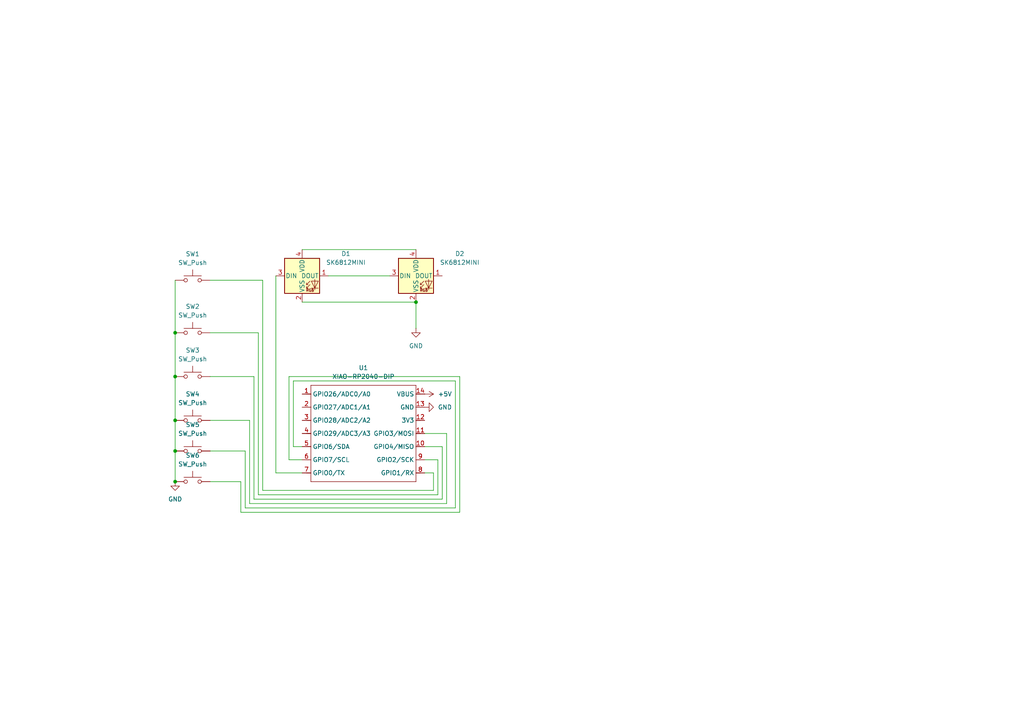
<source format=kicad_sch>
(kicad_sch (version 20250114) (generator "eeschema") (generator_version "9.0")
  (paper "A4")
  (lib_symbols
    (symbol "LED:SK6812MINI" (pin_names (offset 0.254))
      (property "Reference" "D" (at 5.08 5.715 0))
      (property "Value" "SK6812MINI" (at 1.27 -5.715 0))
      (symbol "SK6812MINI_0_0"
        (text "RGB" (at 2.286 -4.191 0) (effects (font (size 0.762 0.762))))
      )
      (symbol "SK6812MINI_0_1"
        (polyline (pts (xy 1.27 -2.54) (xy 1.778 -2.54)))
        (polyline (pts (xy 1.27 -3.556) (xy 1.778 -3.556)))
        (polyline (pts (xy 2.286 -1.524) (xy 1.27 -2.54) (xy 1.27 -2.032)))
        (polyline (pts (xy 2.286 -2.54) (xy 1.27 -3.556) (xy 1.27 -3.048)))
        (polyline (pts (xy 3.683 -1.016) (xy 3.683 -3.556) (xy 3.683 -4.064)))
        (polyline (pts (xy 4.699 -1.524) (xy 2.667 -1.524) (xy 3.683 -3.556) (xy 4.699 -1.524)))
        (polyline (pts (xy 4.699 -3.556) (xy 2.667 -3.556)))
        (rectangle (start 5.08 5.08) (end -5.08 -5.08) (stroke (width 0.254)) (fill (type background)))
      )
      (symbol "SK6812MINI_1_1"
        (pin input line (at -7.62 0 0) (length 2.54) (name "DIN") (number "3"))
        (pin power_in line (at 0 7.62 270) (length 2.54) (name "VDD") (number "4"))
        (pin power_in line (at 0 -7.62 90) (length 2.54) (name "VSS") (number "2"))
        (pin output line (at 7.62 0 180) (length 2.54) (name "DOUT") (number "1"))
      )
    )
    (symbol "MacropadPCB:XIAO-RP2040-DIP"
      (property "Reference" "U" (at 0 0 0))
      (property "Value" "XIAO-RP2040-DIP" (at 5.334 -1.778 0))
      (symbol "XIAO-RP2040-DIP_1_0"
        (polyline (pts (xy -1.27 -2.54) (xy 29.21 -2.54)) (stroke (width 0.1524)))
        (polyline (pts (xy -1.27 -5.08) (xy -2.54 -5.08)) (stroke (width 0.1524)))
        (polyline (pts (xy -1.27 -5.08) (xy -1.27 -2.54)) (stroke (width 0.1524)))
        (polyline (pts (xy -1.27 -8.89) (xy -2.54 -8.89)) (stroke (width 0.1524)))
        (polyline (pts (xy -1.27 -8.89) (xy -1.27 -5.08)) (stroke (width 0.1524)))
        (polyline (pts (xy -1.27 -12.7) (xy -2.54 -12.7)) (stroke (width 0.1524)))
        (polyline (pts (xy -1.27 -12.7) (xy -1.27 -8.89)) (stroke (width 0.1524)))
        (polyline (pts (xy -1.27 -16.51) (xy -2.54 -16.51)) (stroke (width 0.1524)))
        (polyline (pts (xy -1.27 -16.51) (xy -1.27 -12.7)) (stroke (width 0.1524)))
        (polyline (pts (xy -1.27 -20.32) (xy -2.54 -20.32)) (stroke (width 0.1524)))
        (polyline (pts (xy -1.27 -24.13) (xy -2.54 -24.13)) (stroke (width 0.1524)))
        (polyline (pts (xy -1.27 -27.94) (xy -2.54 -27.94)) (stroke (width 0.1524)))
        (polyline (pts (xy -1.27 -30.48) (xy -1.27 -16.51)) (stroke (width 0.1524)))
        (polyline (pts (xy 29.21 -2.54) (xy 29.21 -5.08)) (stroke (width 0.1524)))
        (polyline (pts (xy 29.21 -5.08) (xy 29.21 -8.89)) (stroke (width 0.1524)))
        (polyline (pts (xy 29.21 -8.89) (xy 29.21 -12.7)) (stroke (width 0.1524)))
        (polyline (pts (xy 29.21 -12.7) (xy 29.21 -30.48)) (stroke (width 0.1524)))
        (polyline (pts (xy 29.21 -30.48) (xy -1.27 -30.48)) (stroke (width 0.1524)))
        (polyline (pts (xy 30.48 -5.08) (xy 29.21 -5.08)) (stroke (width 0.1524)))
        (polyline (pts (xy 30.48 -8.89) (xy 29.21 -8.89)) (stroke (width 0.1524)))
        (polyline (pts (xy 30.48 -12.7) (xy 29.21 -12.7)) (stroke (width 0.1524)))
        (polyline (pts (xy 30.48 -16.51) (xy 29.21 -16.51)) (stroke (width 0.1524)))
        (polyline (pts (xy 30.48 -20.32) (xy 29.21 -20.32)) (stroke (width 0.1524)))
        (polyline (pts (xy 30.48 -24.13) (xy 29.21 -24.13)) (stroke (width 0.1524)))
        (polyline (pts (xy 30.48 -27.94) (xy 29.21 -27.94)) (stroke (width 0.1524)))
        (pin passive line (at -3.81 -5.08 0) (length 2.54) (name "GPIO26/ADC0/A0") (number "1"))
        (pin passive line (at -3.81 -8.89 0) (length 2.54) (name "GPIO27/ADC1/A1") (number "2"))
        (pin passive line (at -3.81 -12.7 0) (length 2.54) (name "GPIO28/ADC2/A2") (number "3"))
        (pin passive line (at -3.81 -16.51 0) (length 2.54) (name "GPIO29/ADC3/A3") (number "4"))
        (pin passive line (at -3.81 -20.32 0) (length 2.54) (name "GPIO6/SDA") (number "5"))
        (pin passive line (at -3.81 -24.13 0) (length 2.54) (name "GPIO7/SCL") (number "6"))
        (pin passive line (at -3.81 -27.94 0) (length 2.54) (name "GPIO0/TX") (number "7"))
        (pin passive line (at 31.75 -5.08 180) (length 2.54) (name "VBUS") (number "14"))
        (pin passive line (at 31.75 -8.89 180) (length 2.54) (name "GND") (number "13"))
        (pin passive line (at 31.75 -12.7 180) (length 2.54) (name "3V3") (number "12"))
        (pin passive line (at 31.75 -16.51 180) (length 2.54) (name "GPIO3/MOSI") (number "11"))
        (pin passive line (at 31.75 -20.32 180) (length 2.54) (name "GPIO4/MISO") (number "10"))
        (pin passive line (at 31.75 -24.13 180) (length 2.54) (name "GPIO2/SCK") (number "9"))
        (pin passive line (at 31.75 -27.94 180) (length 2.54) (name "GPIO1/RX") (number "8"))
      )
    )
    (symbol "Switch:SW_Push" (pin_numbers (hide yes)) (pin_names (offset 1.016) (hide yes))
      (property "Reference" "SW" (at 1.27 2.54 0))
      (property "Value" "SW_Push" (at 0 -1.524 0))
      (symbol "SW_Push_0_1"
        (circle (center -2.032 0) (radius 0.508))
        (polyline (pts (xy 0 1.27) (xy 0 3.048)))
        (circle (center 2.032 0) (radius 0.508))
        (polyline (pts (xy 2.54 1.27) (xy -2.54 1.27)))
        (pin passive line (at -5.08 0 0) (length 2.54) (name "1") (number "1"))
        (pin passive line (at 5.08 0 180) (length 2.54) (name "2") (number "2"))
      )
    )
    (symbol "power:+5V" (power) (pin_numbers (hide yes)) (pin_names (offset 0) (hide yes))
      (property "Value" "+5V" (at 0 3.556 0))
      (symbol "+5V_0_1"
        (polyline (pts (xy -0.762 1.27) (xy 0 2.54)))
        (polyline (pts (xy 0 2.54) (xy 0.762 1.27)))
        (polyline (pts (xy 0 0) (xy 0 2.54)))
      )
      (symbol "+5V_1_1"
        (pin power_in line (at 0 0 90) (length 0) (name "~") (number "1"))
      )
    )
    (symbol "power:GND" (power) (pin_numbers (hide yes)) (pin_names (offset 0) (hide yes))
      (property "Value" "GND" (at 0 -3.81 0))
      (symbol "GND_0_1"
        (polyline (pts (xy 0 0) (xy 0 -1.27) (xy 1.27 -1.27) (xy 0 -2.54) (xy -1.27 -1.27) (xy 0 -1.27)))
      )
      (symbol "GND_1_1"
        (pin power_in line (at 0 0 270) (length 0) (name "~") (number "1"))
      )
    )
  )
  (junction (at 50.8 139.7))
  (junction (at 50.8 96.52))
  (junction (at 120.65 87.63))
  (junction (at 50.8 121.92))
  (junction (at 50.8 130.81))
  (junction (at 50.8 109.22))
  (wire (pts (xy 127 143.51) (xy 127 133.35)))
  (wire (pts (xy 87.63 72.39) (xy 120.65 72.39)))
  (wire (pts (xy 76.2 81.28) (xy 76.2 142.24)))
  (wire (pts (xy 132.08 110.49) (xy 85.09 110.49)))
  (wire (pts (xy 74.93 143.51) (xy 127 143.51)))
  (wire (pts (xy 123.19 129.54) (xy 128.27 129.54)))
  (wire (pts (xy 50.8 81.28) (xy 50.8 96.52)))
  (wire (pts (xy 50.8 130.81) (xy 50.8 139.7)))
  (wire (pts (xy 125.73 137.16) (xy 123.19 137.16)))
  (wire (pts (xy 60.96 139.7) (xy 69.85 139.7)))
  (wire (pts (xy 60.96 130.81) (xy 71.12 130.81)))
  (wire (pts (xy 50.8 96.52) (xy 50.8 109.22)))
  (wire (pts (xy 73.66 144.78) (xy 128.27 144.78)))
  (wire (pts (xy 50.8 109.22) (xy 50.8 121.92)))
  (wire (pts (xy 60.96 81.28) (xy 76.2 81.28)))
  (wire (pts (xy 133.35 148.59) (xy 133.35 109.22)))
  (wire (pts (xy 127 133.35) (xy 123.19 133.35)))
  (wire (pts (xy 125.73 142.24) (xy 125.73 137.16)))
  (wire (pts (xy 74.93 96.52) (xy 74.93 143.51)))
  (wire (pts (xy 120.65 87.63) (xy 120.65 95.25)))
  (wire (pts (xy 128.27 144.78) (xy 128.27 129.54)))
  (wire (pts (xy 60.96 121.92) (xy 72.39 121.92)))
  (wire (pts (xy 71.12 147.32) (xy 132.08 147.32)))
  (wire (pts (xy 133.35 109.22) (xy 83.82 109.22)))
  (wire (pts (xy 83.82 133.35) (xy 87.63 133.35)))
  (wire (pts (xy 60.96 109.22) (xy 73.66 109.22)))
  (wire (pts (xy 71.12 130.81) (xy 71.12 147.32)))
  (wire (pts (xy 80.01 137.16) (xy 87.63 137.16)))
  (wire (pts (xy 85.09 129.54) (xy 87.63 129.54)))
  (wire (pts (xy 123.19 125.73) (xy 129.54 125.73)))
  (wire (pts (xy 83.82 109.22) (xy 83.82 133.35)))
  (wire (pts (xy 72.39 121.92) (xy 72.39 146.05)))
  (wire (pts (xy 80.01 80.01) (xy 80.01 137.16)))
  (wire (pts (xy 95.25 80.01) (xy 113.03 80.01)))
  (wire (pts (xy 60.96 96.52) (xy 74.93 96.52)))
  (wire (pts (xy 85.09 110.49) (xy 85.09 129.54)))
  (wire (pts (xy 69.85 139.7) (xy 69.85 148.59)))
  (wire (pts (xy 87.63 87.63) (xy 120.65 87.63)))
  (wire (pts (xy 76.2 142.24) (xy 125.73 142.24)))
  (wire (pts (xy 72.39 146.05) (xy 129.54 146.05)))
  (wire (pts (xy 73.66 109.22) (xy 73.66 144.78)))
  (wire (pts (xy 132.08 147.32) (xy 132.08 110.49)))
  (wire (pts (xy 69.85 148.59) (xy 133.35 148.59)))
  (wire (pts (xy 50.8 121.92) (xy 50.8 130.81)))
  (wire (pts (xy 129.54 146.05) (xy 129.54 125.73)))
  (symbol (lib_id "Switch:SW_Push") (at 55.88 96.52 0) (unit 1)
    (property "Reference" "SW2" (at 55.88 88.9 0))
    (property "Value" "SW_Push" (at 55.88 91.44 0))
    (property "Footprint" "Button_Switch_Keyboard:SW_Cherry_MX_1.00u_PCB" (effects (hide yes)))
    (property "Description" "Push button switch, generic, two pins" (effects (hide yes)))
  )
  (symbol (lib_id "power:GND") (at 120.65 95.25 0) (unit 1)
    (property "Reference" "#PWR02" (effects (hide yes)))
    (property "Value" "GND" (at 120.65 100.33 0))
    (property "Description" "Power symbol creates a global label with name \"GND\" , ground" (effects (hide yes)))
  )
  (symbol (lib_id "Switch:SW_Push") (at 55.88 139.7 0) (unit 1)
    (property "Reference" "SW6" (at 55.88 132.08 0))
    (property "Value" "SW_Push" (at 55.88 134.62 0))
    (property "Footprint" "Button_Switch_Keyboard:SW_Cherry_MX_1.00u_PCB" (effects (hide yes)))
    (property "Description" "Push button switch, generic, two pins" (effects (hide yes)))
  )
  (symbol (lib_id "Switch:SW_Push") (at 55.88 121.92 0) (unit 1)
    (property "Reference" "SW4" (at 55.88 114.3 0))
    (property "Value" "SW_Push" (at 55.88 116.84 0))
    (property "Footprint" "Button_Switch_Keyboard:SW_Cherry_MX_1.00u_PCB" (effects (hide yes)))
    (property "Description" "Push button switch, generic, two pins" (effects (hide yes)))
  )
  (symbol (lib_id "power:GND") (at 123.19 118.11 90) (unit 1)
    (property "Reference" "#PWR03" (effects (hide yes)))
    (property "Value" "GND" (at 127 118.1099 90) (effects (justify right)))
    (property "Description" "Power symbol creates a global label with name \"GND\" , ground" (effects (hide yes)))
  )
  (symbol (lib_id "power:+5V") (at 123.19 114.3 270) (unit 1)
    (property "Reference" "#PWR04" (effects (hide yes)))
    (property "Value" "+5V" (at 127 114.2999 90) (effects (justify left)))
    (property "Description" "Power symbol creates a global label with name \"+5V\"" (effects (hide yes)))
  )
  (symbol (lib_id "Switch:SW_Push") (at 55.88 130.81 0) (unit 1)
    (property "Reference" "SW5" (at 55.88 123.19 0))
    (property "Value" "SW_Push" (at 55.88 125.73 0))
    (property "Footprint" "Button_Switch_Keyboard:SW_Cherry_MX_1.00u_PCB" (effects (hide yes)))
    (property "Description" "Push button switch, generic, two pins" (effects (hide yes)))
  )
  (symbol (lib_id "LED:SK6812MINI") (at 87.63 80.01 0) (unit 1)
    (property "Reference" "D1" (at 100.33 73.5898 0))
    (property "Value" "SK6812MINI" (at 100.33 76.1298 0))
    (property "Footprint" "LED_SMD:LED_SK6812MINI_PLCC4_3.5x3.5mm_P1.75mm" (effects (hide yes)))
    (property "Datasheet" "https://cdn-shop.adafruit.com/product-files/2686/SK6812MINI_REV.01-1-2.pdf" (effects (hide yes)))
    (property "Description" "RGB LED with integrated controller" (effects (hide yes)))
  )
  (symbol (lib_id "power:GND") (at 50.8 139.7 0) (unit 1)
    (property "Reference" "#PWR01" (effects (hide yes)))
    (property "Value" "GND" (at 50.8 144.78 0))
    (property "Description" "Power symbol creates a global label with name \"GND\" , ground" (effects (hide yes)))
  )
  (symbol (lib_id "LED:SK6812MINI") (at 120.65 80.01 0) (unit 1)
    (property "Reference" "D2" (at 133.35 73.5898 0))
    (property "Value" "SK6812MINI" (at 133.35 76.1298 0))
    (property "Footprint" "LED_SMD:LED_SK6812MINI_PLCC4_3.5x3.5mm_P1.75mm" (effects (hide yes)))
    (property "Datasheet" "https://cdn-shop.adafruit.com/product-files/2686/SK6812MINI_REV.01-1-2.pdf" (effects (hide yes)))
    (property "Description" "RGB LED with integrated controller" (effects (hide yes)))
  )
  (symbol (lib_id "Switch:SW_Push") (at 55.88 81.28 0) (unit 1)
    (property "Reference" "SW1" (at 55.88 73.66 0))
    (property "Value" "SW_Push" (at 55.88 76.2 0))
    (property "Footprint" "Button_Switch_Keyboard:SW_Cherry_MX_1.00u_PCB" (effects (hide yes)))
    (property "Description" "Push button switch, generic, two pins" (effects (hide yes)))
  )
  (symbol (lib_id "Switch:SW_Push") (at 55.88 109.22 0) (unit 1)
    (property "Reference" "SW3" (at 55.88 101.6 0))
    (property "Value" "SW_Push" (at 55.88 104.14 0))
    (property "Footprint" "Button_Switch_Keyboard:SW_Cherry_MX_1.00u_PCB" (effects (hide yes)))
    (property "Description" "Push button switch, generic, two pins" (effects (hide yes)))
  )
  (symbol (lib_id "MacropadPCB:XIAO-RP2040-DIP") (at 91.44 109.22 0) (unit 1)
    (property "Reference" "U1" (at 105.41 106.68 0))
    (property "Value" "XIAO-RP2040-DIP" (at 105.41 109.22 0))
    (property "Footprint" "MacroPadPCB:XIAO-RP2040-DIP" (effects (hide yes)))
  )
)
</source>
